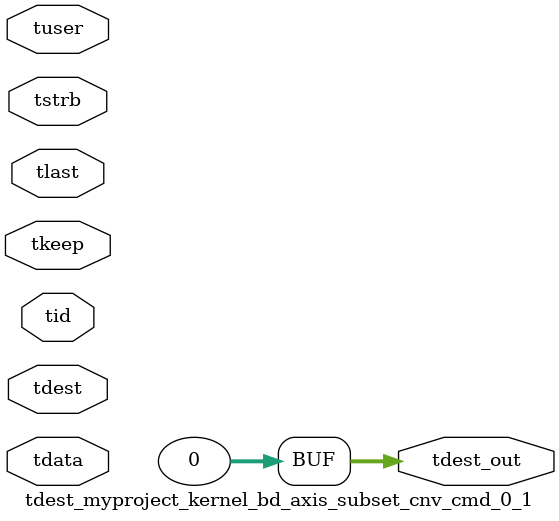
<source format=v>


`timescale 1ps/1ps

module tdest_myproject_kernel_bd_axis_subset_cnv_cmd_0_1 #
(
parameter C_S_AXIS_TDATA_WIDTH = 32,
parameter C_S_AXIS_TUSER_WIDTH = 0,
parameter C_S_AXIS_TID_WIDTH   = 0,
parameter C_S_AXIS_TDEST_WIDTH = 0,
parameter C_M_AXIS_TDEST_WIDTH = 32
)
(
input  [(C_S_AXIS_TDATA_WIDTH == 0 ? 1 : C_S_AXIS_TDATA_WIDTH)-1:0     ] tdata,
input  [(C_S_AXIS_TUSER_WIDTH == 0 ? 1 : C_S_AXIS_TUSER_WIDTH)-1:0     ] tuser,
input  [(C_S_AXIS_TID_WIDTH   == 0 ? 1 : C_S_AXIS_TID_WIDTH)-1:0       ] tid,
input  [(C_S_AXIS_TDEST_WIDTH == 0 ? 1 : C_S_AXIS_TDEST_WIDTH)-1:0     ] tdest,
input  [(C_S_AXIS_TDATA_WIDTH/8)-1:0 ] tkeep,
input  [(C_S_AXIS_TDATA_WIDTH/8)-1:0 ] tstrb,
input                                                                    tlast,
output [C_M_AXIS_TDEST_WIDTH-1:0] tdest_out
);

assign tdest_out = {1'b0};

endmodule


</source>
